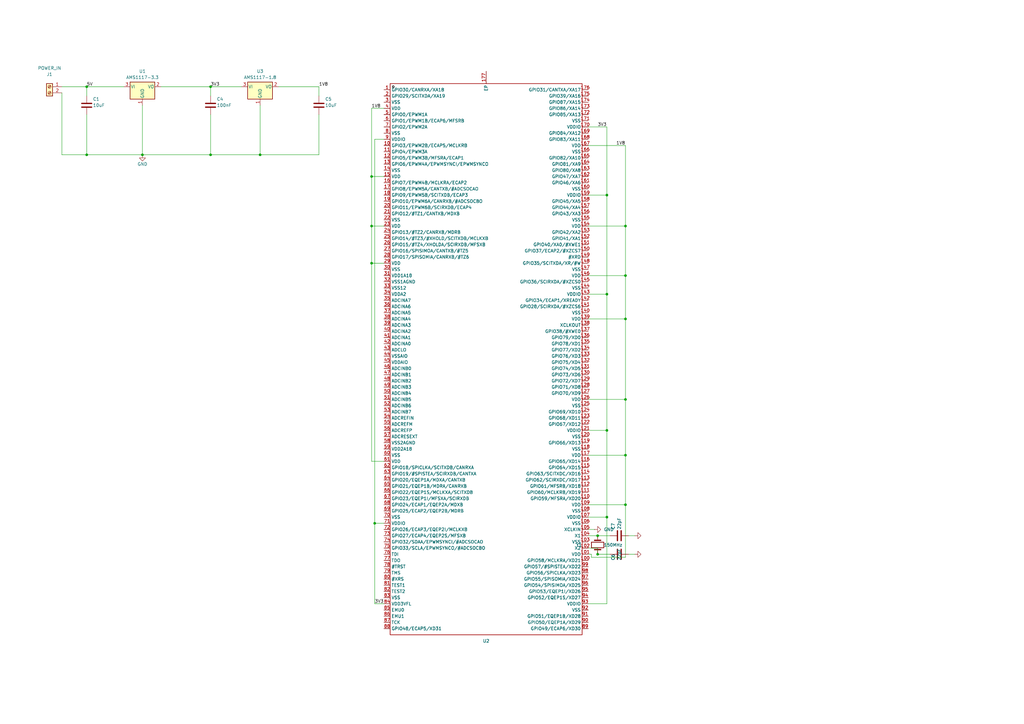
<source format=kicad_sch>
(kicad_sch (version 20231120) (generator "eeschema") (generator_version "8.0")
  (paper "A3")
  (lib_symbols
    (symbol "Connector:Screw_Terminal_01x02" (pin_names (offset 1.016) hide)
      (property "Reference" "J" (at 0 2.54 0))
      (property "Value" "Screw_Terminal_01x02" (at 0 -5.08 0))
      (symbol "Screw_Terminal_01x02_1_1"
        (rectangle (start -1.27 1.27) (end 1.27 -3.81) (stroke (width 0.254)) (fill (type background)))
        (circle (center 0 -2.54) (radius 0.635) (stroke (width 0.1524)))
        (polyline (pts (xy -0.5334 -2.2098) (xy 0.3302 -3.048)) (stroke (width 0.1524)))
        (polyline (pts (xy -0.5334 0.3302) (xy 0.3302 -0.508)) (stroke (width 0.1524)))
        (polyline (pts (xy -0.3556 -2.032) (xy 0.508 -2.8702)) (stroke (width 0.1524)))
        (polyline (pts (xy -0.3556 0.508) (xy 0.508 -0.3302)) (stroke (width 0.1524)))
        (circle (center 0 0) (radius 0.635) (stroke (width 0.1524)))
        (pin passive line (at -5.08 0 0) (length 3.81) (name "Pin_1") (number "1"))
        (pin passive line (at -5.08 -2.54 0) (length 3.81) (name "Pin_2") (number "2"))
      )
    )
    (symbol "DSP_Texas:TMS320F28335PTPQ"
      (property "Reference" "U" (at 0 0 0))
      (symbol "TMS320F28335PTPQ_1_0"
        (rectangle (start -39.37 113.03) (end 39.37 -113.03) (stroke (width 0.254) (color 160 0 0 1)))
        (circle (center -38.1 111.76) (radius 0.381) (stroke (width 0.254) (color 0 0 0 1)))
        (pin passive line (at -41.91 110.49 0) (length 2.54) (name "GPIO30/CANRXA/XA18") (number "1"))
        (pin passive line (at -41.91 87.63 0) (length 2.54) (name "GPIO3/EPWM2B/ECAP5/MCLKRB") (number "10"))
        (pin passive line (at 41.91 -82.55 180) (length 2.54) (name "GPIO58/MCLKRA/XD21") (number "100"))
        (pin passive line (at 41.91 -80.01 180) (length 2.54) (name "VDD") (number "101"))
        (pin passive line (at 41.91 -77.47 180) (length 2.54) (name "X2") (number "102"))
        (pin passive line (at 41.91 -74.93 180) (length 2.54) (name "VSS") (number "103"))
        (pin passive line (at 41.91 -72.39 180) (length 2.54) (name "X1") (number "104"))
        (pin passive line (at 41.91 -69.85 180) (length 2.54) (name "XCLKIN") (number "105"))
        (pin passive line (at 41.91 -67.31 180) (length 2.54) (name "VSS") (number "106"))
        (pin passive line (at 41.91 -64.77 180) (length 2.54) (name "VDDIO") (number "107"))
        (pin passive line (at 41.91 -62.23 180) (length 2.54) (name "VSS") (number "108"))
        (pin passive line (at 41.91 -59.69 180) (length 2.54) (name "VDD") (number "109"))
        (pin passive line (at -41.91 85.09 0) (length 2.54) (name "GPIO4/EPWM3A") (number "11"))
        (pin passive line (at 41.91 -57.15 180) (length 2.54) (name "GPIO59/MFSRA/XD20") (number "110"))
        (pin passive line (at 41.91 -54.61 180) (length 2.54) (name "GPIO60/MCLKRB/XD19") (number "111"))
        (pin passive line (at 41.91 -52.07 180) (length 2.54) (name "GPIO61/MFSRB/XD18") (number "112"))
        (pin passive line (at 41.91 -49.53 180) (length 2.54) (name "GPIO62/SCIRXDC/XD17") (number "113"))
        (pin passive line (at 41.91 -46.99 180) (length 2.54) (name "GPIO63/SCITXDC/XD16") (number "114"))
        (pin passive line (at 41.91 -44.45 180) (length 2.54) (name "GPIO64/XD15") (number "115"))
        (pin passive line (at 41.91 -41.91 180) (length 2.54) (name "GPIO65/XD14") (number "116"))
        (pin passive line (at 41.91 -39.37 180) (length 2.54) (name "VDD") (number "117"))
        (pin passive line (at 41.91 -36.83 180) (length 2.54) (name "VSS") (number "118"))
        (pin passive line (at 41.91 -34.29 180) (length 2.54) (name "GPIO66/XD13") (number "119"))
        (pin passive line (at -41.91 82.55 0) (length 2.54) (name "GPIO5/EPWM3B/MFSRA/ECAP1") (number "12"))
        (pin passive line (at 41.91 -31.75 180) (length 2.54) (name "VSS") (number "120"))
        (pin passive line (at 41.91 -29.21 180) (length 2.54) (name "VDDIO") (number "121"))
        (pin passive line (at 41.91 -26.67 180) (length 2.54) (name "GPIO67/XD12") (number "122"))
        (pin passive line (at 41.91 -24.13 180) (length 2.54) (name "GPIO68/XD11") (number "123"))
        (pin passive line (at 41.91 -21.59 180) (length 2.54) (name "GPIO69/XD10") (number "124"))
        (pin passive line (at 41.91 -19.05 180) (length 2.54) (name "VSS") (number "125"))
        (pin passive line (at 41.91 -16.51 180) (length 2.54) (name "VDD") (number "126"))
        (pin passive line (at 41.91 -13.97 180) (length 2.54) (name "GPIO70/XD9") (number "127"))
        (pin passive line (at 41.91 -11.43 180) (length 2.54) (name "GPIO71/XD8") (number "128"))
        (pin passive line (at 41.91 -8.89 180) (length 2.54) (name "GPIO72/XD7") (number "129"))
        (pin passive line (at -41.91 80.01 0) (length 2.54) (name "GPIO6/EPWM4A/EPWMSYNCI/EPWMSYNCO") (number "13"))
        (pin passive line (at 41.91 -6.35 180) (length 2.54) (name "GPIO73/XD6") (number "130"))
        (pin passive line (at 41.91 -3.81 180) (length 2.54) (name "GPIO74/XD5") (number "131"))
        (pin passive line (at 41.91 -1.27 180) (length 2.54) (name "GPIO75/XD4") (number "132"))
        (pin passive line (at 41.91 1.27 180) (length 2.54) (name "GPIO76/XD3") (number "133"))
        (pin passive line (at 41.91 3.81 180) (length 2.54) (name "GPIO77/XD2") (number "134"))
        (pin passive line (at 41.91 6.35 180) (length 2.54) (name "GPIO78/XD1") (number "135"))
        (pin passive line (at 41.91 8.89 180) (length 2.54) (name "GPIO79/XD0") (number "136"))
        (pin passive line (at 41.91 11.43 180) (length 2.54) (name "GPIO38/#XWE0") (number "137"))
        (pin passive line (at 41.91 13.97 180) (length 2.54) (name "XCLKOUT") (number "138"))
        (pin passive line (at 41.91 16.51 180) (length 2.54) (name "VDD") (number "139"))
        (pin passive line (at -41.91 77.47 0) (length 2.54) (name "VSS") (number "14"))
        (pin passive line (at 41.91 19.05 180) (length 2.54) (name "VSS") (number "140"))
        (pin passive line (at 41.91 21.59 180) (length 2.54) (name "GPIO28/SCIRXDA/#XZCS6") (number "141"))
        (pin passive line (at 41.91 24.13 180) (length 2.54) (name "GPIO34/ECAP1/XREADY") (number "142"))
        (pin passive line (at 41.91 26.67 180) (length 2.54) (name "VDDIO") (number "143"))
        (pin passive line (at 41.91 29.21 180) (length 2.54) (name "VSS") (number "144"))
        (pin passive line (at 41.91 31.75 180) (length 2.54) (name "GPIO36/SCIRXDA/#XZCS0") (number "145"))
        (pin passive line (at 41.91 34.29 180) (length 2.54) (name "VDD") (number "146"))
        (pin passive line (at 41.91 36.83 180) (length 2.54) (name "VSS") (number "147"))
        (pin passive line (at 41.91 39.37 180) (length 2.54) (name "GPIO35/SCITXDA/XR/#W") (number "148"))
        (pin passive line (at 41.91 41.91 180) (length 2.54) (name "#XRD") (number "149"))
        (pin passive line (at -41.91 74.93 0) (length 2.54) (name "VDD") (number "15"))
        (pin passive line (at 41.91 44.45 180) (length 2.54) (name "GPIO37/ECAP2/#XZCS7") (number "150"))
        (pin passive line (at 41.91 46.99 180) (length 2.54) (name "GPIO40/XA0/#XWE1") (number "151"))
        (pin passive line (at 41.91 49.53 180) (length 2.54) (name "GPIO41/XA1") (number "152"))
        (pin passive line (at 41.91 52.07 180) (length 2.54) (name "GPIO42/XA2") (number "153"))
        (pin passive line (at 41.91 54.61 180) (length 2.54) (name "VDD") (number "154"))
        (pin passive line (at 41.91 57.15 180) (length 2.54) (name "VSS") (number "155"))
        (pin passive line (at 41.91 59.69 180) (length 2.54) (name "GPIO43/XA3") (number "156"))
        (pin passive line (at 41.91 62.23 180) (length 2.54) (name "GPIO44/XA4") (number "157"))
        (pin passive line (at 41.91 64.77 180) (length 2.54) (name "GPIO45/XA5") (number "158"))
        (pin passive line (at 41.91 67.31 180) (length 2.54) (name "VDDIO") (number "159"))
        (pin passive line (at -41.91 72.39 0) (length 2.54) (name "GPIO7/EPWM4B/MCLKRA/ECAP2") (number "16"))
        (pin passive line (at 41.91 69.85 180) (length 2.54) (name "VSS") (number "160"))
        (pin passive line (at 41.91 72.39 180) (length 2.54) (name "GPIO46/XA6") (number "161"))
        (pin passive line (at 41.91 74.93 180) (length 2.54) (name "GPIO47/XA7") (number "162"))
        (pin passive line (at 41.91 77.47 180) (length 2.54) (name "GPIO80/XA8") (number "163"))
        (pin passive line (at 41.91 80.01 180) (length 2.54) (name "GPIO81/XA9") (number "164"))
        (pin passive line (at 41.91 82.55 180) (length 2.54) (name "GPIO82/XA10") (number "165"))
        (pin passive line (at 41.91 85.09 180) (length 2.54) (name "VSS") (number "166"))
        (pin passive line (at 41.91 87.63 180) (length 2.54) (name "VDD") (number "167"))
        (pin passive line (at 41.91 90.17 180) (length 2.54) (name "GPIO83/XA11") (number "168"))
        (pin passive line (at 41.91 92.71 180) (length 2.54) (name "GPIO84/XA12") (number "169"))
        (pin passive line (at -41.91 69.85 0) (length 2.54) (name "GPIO8/EPWM5A/CANTXB/#ADCSOCAO") (number "17"))
        (pin passive line (at 41.91 95.25 180) (length 2.54) (name "VDDIO") (number "170"))
        (pin passive line (at 41.91 97.79 180) (length 2.54) (name "VSS") (number "171"))
        (pin passive line (at 41.91 100.33 180) (length 2.54) (name "GPIO85/XA13") (number "172"))
        (pin passive line (at 41.91 102.87 180) (length 2.54) (name "GPIO86/XA14") (number "173"))
        (pin passive line (at 41.91 105.41 180) (length 2.54) (name "GPIO87/XA15") (number "174"))
        (pin passive line (at 41.91 107.95 180) (length 2.54) (name "GPIO39/XA16") (number "175"))
        (pin passive line (at 41.91 110.49 180) (length 2.54) (name "GPIO31/CANTXA/XA17") (number "176"))
        (pin passive line (at 0 118.11 270) (length 5.08) (name "EP") (number "177"))
        (pin passive line (at -41.91 67.31 0) (length 2.54) (name "GPIO9/EPWM5B/SCITXDB/ECAP3") (number "18"))
        (pin passive line (at -41.91 64.77 0) (length 2.54) (name "GPIO10/EPWM6A/CANRXB/#ADCSOCBO") (number "19"))
        (pin passive line (at -41.91 107.95 0) (length 2.54) (name "GPIO29/SCITXDA/XA19") (number "2"))
        (pin passive line (at -41.91 62.23 0) (length 2.54) (name "GPIO11/EPWM6B/SCIRXDB/ECAP4") (number "20"))
        (pin passive line (at -41.91 59.69 0) (length 2.54) (name "GPIO12/#TZ1/CANTXB/MDXB") (number "21"))
        (pin passive line (at -41.91 57.15 0) (length 2.54) (name "VSS") (number "22"))
        (pin passive line (at -41.91 54.61 0) (length 2.54) (name "VDD") (number "23"))
        (pin passive line (at -41.91 52.07 0) (length 2.54) (name "GPIO13/#TZ2/CANRXB/MDRB") (number "24"))
        (pin passive line (at -41.91 49.53 0) (length 2.54) (name "GPIO14/#TZ3/#XHOLD/SCITXDB/MCLKXB") (number "25"))
        (pin passive line (at -41.91 46.99 0) (length 2.54) (name "GPIO15/#TZ4/XHOLDA/SCIRXDB/MFSXB") (number "26"))
        (pin passive line (at -41.91 44.45 0) (length 2.54) (name "GPIO16/SPISIMOA/CANTXB/#TZ5") (number "27"))
        (pin passive line (at -41.91 41.91 0) (length 2.54) (name "GPIO17/SPISOMIA/CANRXB/#TZ6") (number "28"))
        (pin passive line (at -41.91 39.37 0) (length 2.54) (name "VDD") (number "29"))
        (pin passive line (at -41.91 105.41 0) (length 2.54) (name "VSS") (number "3"))
        (pin passive line (at -41.91 36.83 0) (length 2.54) (name "VSS") (number "30"))
        (pin passive line (at -41.91 34.29 0) (length 2.54) (name "VDD1A18") (number "31"))
        (pin passive line (at -41.91 31.75 0) (length 2.54) (name "VSS1AGND") (number "32"))
        (pin passive line (at -41.91 29.21 0) (length 2.54) (name "VSS12") (number "33"))
        (pin passive line (at -41.91 26.67 0) (length 2.54) (name "VDDA2") (number "34"))
        (pin passive line (at -41.91 24.13 0) (length 2.54) (name "ADCINA7") (number "35"))
        (pin passive line (at -41.91 21.59 0) (length 2.54) (name "ADCINA6") (number "36"))
        (pin passive line (at -41.91 19.05 0) (length 2.54) (name "ADCINA5") (number "37"))
        (pin passive line (at -41.91 16.51 0) (length 2.54) (name "ADCINA4") (number "38"))
        (pin passive line (at -41.91 13.97 0) (length 2.54) (name "ADCINA3") (number "39"))
        (pin passive line (at -41.91 102.87 0) (length 2.54) (name "VDD") (number "4"))
        (pin passive line (at -41.91 11.43 0) (length 2.54) (name "ADCINA2") (number "40"))
        (pin passive line (at -41.91 8.89 0) (length 2.54) (name "ADCINA1") (number "41"))
        (pin passive line (at -41.91 6.35 0) (length 2.54) (name "ADCINA0") (number "42"))
        (pin passive line (at -41.91 3.81 0) (length 2.54) (name "ADCLO") (number "43"))
        (pin passive line (at -41.91 1.27 0) (length 2.54) (name "VSSAIO") (number "44"))
        (pin passive line (at -41.91 -1.27 0) (length 2.54) (name "VDDAIO") (number "45"))
        (pin passive line (at -41.91 -3.81 0) (length 2.54) (name "ADCINB0") (number "46"))
        (pin passive line (at -41.91 -6.35 0) (length 2.54) (name "ADCINB1") (number "47"))
        (pin passive line (at -41.91 -8.89 0) (length 2.54) (name "ADCINB2") (number "48"))
        (pin passive line (at -41.91 -11.43 0) (length 2.54) (name "ADCINB3") (number "49"))
        (pin passive line (at -41.91 100.33 0) (length 2.54) (name "GPIO0/EPWM1A") (number "5"))
        (pin passive line (at -41.91 -13.97 0) (length 2.54) (name "ADCINB4") (number "50"))
        (pin passive line (at -41.91 -16.51 0) (length 2.54) (name "ADCINB5") (number "51"))
        (pin passive line (at -41.91 -19.05 0) (length 2.54) (name "ADCINB6") (number "52"))
        (pin passive line (at -41.91 -21.59 0) (length 2.54) (name "ADCINB7") (number "53"))
        (pin passive line (at -41.91 -24.13 0) (length 2.54) (name "ADCREFIN") (number "54"))
        (pin passive line (at -41.91 -26.67 0) (length 2.54) (name "ADCREFM") (number "55"))
        (pin passive line (at -41.91 -29.21 0) (length 2.54) (name "ADCREFP") (number "56"))
        (pin passive line (at -41.91 -31.75 0) (length 2.54) (name "ADCRESEXT") (number "57"))
        (pin passive line (at -41.91 -34.29 0) (length 2.54) (name "VSS2AGND") (number "58"))
        (pin passive line (at -41.91 -36.83 0) (length 2.54) (name "VDD2A18") (number "59"))
        (pin passive line (at -41.91 97.79 0) (length 2.54) (name "GPIO1/EPWM1B/ECAP6/MFSRB") (number "6"))
        (pin passive line (at -41.91 -39.37 0) (length 2.54) (name "VSS") (number "60"))
        (pin passive line (at -41.91 -41.91 0) (length 2.54) (name "VDD") (number "61"))
        (pin passive line (at -41.91 -44.45 0) (length 2.54) (name "GPIO18/SPICLKA/SCITXDB/CANRXA") (number "62"))
        (pin passive line (at -41.91 -46.99 0) (length 2.54) (name "GPIO19/#SPISTEA/SCIRXDB/CANTXA") (number "63"))
        (pin passive line (at -41.91 -49.53 0) (length 2.54) (name "GPIO20/EQEP1A/MDXA/CANTXB") (number "64"))
        (pin passive line (at -41.91 -52.07 0) (length 2.54) (name "GPIO21/EQEP1B/MDRA/CANRXB") (number "65"))
        (pin passive line (at -41.91 -54.61 0) (length 2.54) (name "GPIO22/EQEP1S/MCLKXA/SCITXDB") (number "66"))
        (pin passive line (at -41.91 -57.15 0) (length 2.54) (name "GPIO23/EQEP1I/MFSXA/SCIRXDB") (number "67"))
        (pin passive line (at -41.91 -59.69 0) (length 2.54) (name "GPIO24/ECAP1/EQEP2A/MDXB") (number "68"))
        (pin passive line (at -41.91 -62.23 0) (length 2.54) (name "GPIO25/ECAP2/EQEP2B/MDRB") (number "69"))
        (pin passive line (at -41.91 95.25 0) (length 2.54) (name "GPIO2/EPWM2A") (number "7"))
        (pin passive line (at -41.91 -64.77 0) (length 2.54) (name "VSS") (number "70"))
        (pin passive line (at -41.91 -67.31 0) (length 2.54) (name "VDDIO") (number "71"))
        (pin passive line (at -41.91 -69.85 0) (length 2.54) (name "GPIO26/ECAP3/EQEP2I/MCLKXB") (number "72"))
        (pin passive line (at -41.91 -72.39 0) (length 2.54) (name "GPIO27/ECAP4/EQEP2S/MFSXB") (number "73"))
        (pin passive line (at -41.91 -74.93 0) (length 2.54) (name "GPIO32/SDAA/EPWMSYNCI/#ADCSOCAO") (number "74"))
        (pin passive line (at -41.91 -77.47 0) (length 2.54) (name "GPIO33/SCLA/EPWMSYNCO/#ADCSOCBO") (number "75"))
        (pin passive line (at -41.91 -80.01 0) (length 2.54) (name "TDI") (number "76"))
        (pin passive line (at -41.91 -82.55 0) (length 2.54) (name "TDO") (number "77"))
        (pin passive line (at -41.91 -85.09 0) (length 2.54) (name "#TRST") (number "78"))
        (pin passive line (at -41.91 -87.63 0) (length 2.54) (name "TMS") (number "79"))
        (pin passive line (at -41.91 92.71 0) (length 2.54) (name "VSS") (number "8"))
        (pin passive line (at -41.91 -90.17 0) (length 2.54) (name "#XRS") (number "80"))
        (pin passive line (at -41.91 -92.71 0) (length 2.54) (name "TEST1") (number "81"))
        (pin passive line (at -41.91 -95.25 0) (length 2.54) (name "TEST2") (number "82"))
        (pin passive line (at -41.91 -97.79 0) (length 2.54) (name "VSS") (number "83"))
        (pin passive line (at -41.91 -100.33 0) (length 2.54) (name "VDD3VFL") (number "84"))
        (pin passive line (at -41.91 -102.87 0) (length 2.54) (name "EMU0") (number "85"))
        (pin passive line (at -41.91 -105.41 0) (length 2.54) (name "EMU1") (number "86"))
        (pin passive line (at -41.91 -107.95 0) (length 2.54) (name "TCK") (number "87"))
        (pin passive line (at -41.91 -110.49 0) (length 2.54) (name "GPIO48/ECAP5/XD31") (number "88"))
        (pin passive line (at 41.91 -110.49 180) (length 2.54) (name "GPIO49/ECAP6/XD30") (number "89"))
        (pin passive line (at -41.91 90.17 0) (length 2.54) (name "VDDIO") (number "9"))
        (pin passive line (at 41.91 -107.95 180) (length 2.54) (name "GPIO50/EQEP1A/XD29") (number "90"))
        (pin passive line (at 41.91 -105.41 180) (length 2.54) (name "GPIO51/EQEP1B/XD28") (number "91"))
        (pin passive line (at 41.91 -102.87 180) (length 2.54) (name "VSS") (number "92"))
        (pin passive line (at 41.91 -100.33 180) (length 2.54) (name "VDDIO") (number "93"))
        (pin passive line (at 41.91 -97.79 180) (length 2.54) (name "GPIO52/EQEP1S/XD27") (number "94"))
        (pin passive line (at 41.91 -95.25 180) (length 2.54) (name "GPIO53/EQEP1I/XD26") (number "95"))
        (pin passive line (at 41.91 -92.71 180) (length 2.54) (name "GPIO54/SPISIMOA/XD25") (number "96"))
        (pin passive line (at 41.91 -90.17 180) (length 2.54) (name "GPIO55/SPISOMIA/XD24") (number "97"))
        (pin passive line (at 41.91 -87.63 180) (length 2.54) (name "GPIO56/SPICLKA/XD23") (number "98"))
        (pin passive line (at 41.91 -85.09 180) (length 2.54) (name "GPIO57/#SPISTEA/XD22") (number "99"))
      )
    )
    (symbol "Device:C" (pin_numbers hide) (pin_names (offset 0.254))
      (property "Reference" "C" (at 0.635 2.54 0))
      (property "Value" "C" (at 0.635 -2.54 0))
      (symbol "C_0_1"
        (polyline (pts (xy -2.032 -0.762) (xy 2.032 -0.762)) (stroke (width 0.508)))
        (polyline (pts (xy -2.032 0.762) (xy 2.032 0.762)) (stroke (width 0.508)))
      )
      (symbol "C_1_1"
        (pin passive line (at 0 3.81 270) (length 2.794) (name "~") (number "1"))
        (pin passive line (at 0 -3.81 90) (length 2.794) (name "~") (number "2"))
      )
    )
    (symbol "Device:Crystal" (pin_numbers hide) (pin_names (offset 1.016) hide)
      (property "Reference" "Y" (at 0 3.81 0))
      (property "Value" "Crystal" (at 0 -3.81 0))
      (symbol "Crystal_0_1"
        (rectangle (start -1.143 2.54) (end 1.143 -2.54) (stroke (width 0.3048)))
        (polyline (pts (xy -2.54 0) (xy -1.905 0)))
        (polyline (pts (xy -1.905 -1.27) (xy -1.905 1.27)) (stroke (width 0.508)))
        (polyline (pts (xy 1.905 -1.27) (xy 1.905 1.27)) (stroke (width 0.508)))
        (polyline (pts (xy 2.54 0) (xy 1.905 0)))
      )
      (symbol "Crystal_1_1"
        (pin passive line (at -3.81 0 0) (length 1.27) (name "1") (number "1"))
        (pin passive line (at 3.81 0 180) (length 1.27) (name "2") (number "2"))
      )
    )
    (symbol "Regulator_Linear:AMS1117-1.8" (pin_names (offset 0.254))
      (property "Reference" "U" (at -3.81 3.175 0))
      (property "Value" "AMS1117-1.8" (at 0 3.175 0))
      (symbol "AMS1117-1.8_0_1"
        (rectangle (start -5.08 -5.08) (end 5.08 1.905) (stroke (width 0.254)) (fill (type background)))
      )
      (symbol "AMS1117-1.8_1_1"
        (pin power_in line (at 0 -7.62 90) (length 2.54) (name "GND") (number "1"))
        (pin power_out line (at 7.62 0 180) (length 2.54) (name "VO") (number "2"))
        (pin power_in line (at -7.62 0 0) (length 2.54) (name "VI") (number "3"))
      )
    )
    (symbol "Regulator_Linear:AMS1117-3.3" (pin_names (offset 0.254))
      (property "Reference" "U" (at -3.81 3.175 0))
      (property "Value" "AMS1117-3.3" (at 0 3.175 0))
      (symbol "AMS1117-3.3_0_1"
        (rectangle (start -5.08 -5.08) (end 5.08 1.905) (stroke (width 0.254)) (fill (type background)))
      )
      (symbol "AMS1117-3.3_1_1"
        (pin power_in line (at 0 -7.62 90) (length 2.54) (name "GND") (number "1"))
        (pin power_out line (at 7.62 0 180) (length 2.54) (name "VO") (number "2"))
        (pin power_in line (at -7.62 0 0) (length 2.54) (name "VI") (number "3"))
      )
    )
    (symbol "power:GND" (power) (pin_numbers hide) (pin_names (offset 0) hide)
      (property "Value" "GND" (at 0 -3.81 0))
      (symbol "GND_0_1"
        (polyline (pts (xy 0 0) (xy 0 -1.27) (xy 1.27 -1.27) (xy 0 -2.54) (xy -1.27 -1.27) (xy 0 -1.27)))
      )
      (symbol "GND_1_1"
        (pin power_in line (at 0 0 270) (length 0) (name "~") (number "1"))
      )
    )
  )
  (junction (at 248.92 80.01))
  (junction (at 106.68 63.5))
  (junction (at 256.54 186.69))
  (junction (at 153.67 214.63))
  (junction (at 248.92 176.53))
  (junction (at 256.54 113.03))
  (junction (at 58.42 63.5))
  (junction (at 86.36 63.5))
  (junction (at 256.54 130.81))
  (junction (at 256.54 92.71))
  (junction (at 152.4 107.95))
  (junction (at 245.11 219.71))
  (junction (at 152.4 72.39))
  (junction (at 248.92 212.09))
  (junction (at 35.56 35.56))
  (junction (at 86.36 35.56))
  (junction (at 245.11 227.33))
  (junction (at 152.4 92.71))
  (junction (at 35.56 63.5))
  (junction (at 256.54 207.01))
  (junction (at 256.54 163.83))
  (junction (at 248.92 120.65))
  (wire (pts (xy 256.54 163.83) (xy 256.54 186.69)))
  (wire (pts (xy 241.3 52.07) (xy 248.92 52.07)))
  (wire (pts (xy 114.3 35.56) (xy 130.81 35.56)))
  (wire (pts (xy 245.11 224.79) (xy 245.11 227.33)))
  (wire (pts (xy 256.54 130.81) (xy 256.54 163.83)))
  (wire (pts (xy 256.54 59.69) (xy 256.54 92.71)))
  (wire (pts (xy 130.81 46.99) (xy 130.81 63.5)))
  (wire (pts (xy 257.81 227.33) (xy 260.35 227.33)))
  (wire (pts (xy 86.36 63.5) (xy 106.68 63.5)))
  (wire (pts (xy 153.67 214.63) (xy 153.67 247.65)))
  (wire (pts (xy 35.56 35.56) (xy 35.56 39.37)))
  (wire (pts (xy 241.3 163.83) (xy 256.54 163.83)))
  (wire (pts (xy 241.3 92.71) (xy 256.54 92.71)))
  (wire (pts (xy 66.04 35.56) (xy 86.36 35.56)))
  (wire (pts (xy 241.3 224.79) (xy 245.11 224.79)))
  (wire (pts (xy 257.81 219.71) (xy 260.35 219.71)))
  (wire (pts (xy 245.11 227.33) (xy 250.19 227.33)))
  (wire (pts (xy 157.48 107.95) (xy 152.4 107.95)))
  (wire (pts (xy 241.3 227.33) (xy 242.57 227.33)))
  (wire (pts (xy 256.54 207.01) (xy 241.3 207.01)))
  (wire (pts (xy 256.54 186.69) (xy 256.54 207.01)))
  (wire (pts (xy 245.11 219.71) (xy 250.19 219.71)))
  (wire (pts (xy 241.3 247.65) (xy 248.92 247.65)))
  (wire (pts (xy 241.3 120.65) (xy 248.92 120.65)))
  (wire (pts (xy 153.67 57.15) (xy 153.67 214.63)))
  (wire (pts (xy 25.4 35.56) (xy 35.56 35.56)))
  (wire (pts (xy 243.84 217.17) (xy 241.3 217.17)))
  (wire (pts (xy 157.48 92.71) (xy 152.4 92.71)))
  (wire (pts (xy 157.48 57.15) (xy 153.67 57.15)))
  (wire (pts (xy 58.42 63.5) (xy 35.56 63.5)))
  (wire (pts (xy 152.4 107.95) (xy 152.4 92.71)))
  (wire (pts (xy 106.68 63.5) (xy 130.81 63.5)))
  (wire (pts (xy 241.3 186.69) (xy 256.54 186.69)))
  (wire (pts (xy 241.3 113.03) (xy 256.54 113.03)))
  (wire (pts (xy 157.48 189.23) (xy 152.4 189.23)))
  (wire (pts (xy 242.57 227.33) (xy 242.57 228.6)))
  (wire (pts (xy 157.48 44.45) (xy 152.4 44.45)))
  (wire (pts (xy 256.54 113.03) (xy 256.54 130.81)))
  (wire (pts (xy 241.3 80.01) (xy 248.92 80.01)))
  (wire (pts (xy 248.92 212.09) (xy 241.3 212.09)))
  (wire (pts (xy 35.56 35.56) (xy 50.8 35.56)))
  (wire (pts (xy 256.54 92.71) (xy 256.54 113.03)))
  (wire (pts (xy 86.36 35.56) (xy 99.06 35.56)))
  (wire (pts (xy 248.92 176.53) (xy 248.92 212.09)))
  (wire (pts (xy 242.57 228.6) (xy 256.54 228.6)))
  (wire (pts (xy 152.4 44.45) (xy 152.4 72.39)))
  (wire (pts (xy 58.42 43.18) (xy 58.42 63.5)))
  (wire (pts (xy 25.4 63.5) (xy 35.56 63.5)))
  (wire (pts (xy 106.68 43.18) (xy 106.68 63.5)))
  (wire (pts (xy 248.92 80.01) (xy 248.92 120.65)))
  (wire (pts (xy 152.4 107.95) (xy 152.4 189.23)))
  (wire (pts (xy 35.56 46.99) (xy 35.56 63.5)))
  (wire (pts (xy 241.3 176.53) (xy 248.92 176.53)))
  (wire (pts (xy 58.42 63.5) (xy 86.36 63.5)))
  (wire (pts (xy 248.92 120.65) (xy 248.92 176.53)))
  (wire (pts (xy 86.36 35.56) (xy 86.36 39.37)))
  (wire (pts (xy 248.92 212.09) (xy 248.92 247.65)))
  (wire (pts (xy 130.81 35.56) (xy 130.81 39.37)))
  (wire (pts (xy 152.4 72.39) (xy 157.48 72.39)))
  (wire (pts (xy 152.4 72.39) (xy 152.4 92.71)))
  (wire (pts (xy 86.36 46.99) (xy 86.36 63.5)))
  (wire (pts (xy 241.3 59.69) (xy 256.54 59.69)))
  (wire (pts (xy 248.92 52.07) (xy 248.92 80.01)))
  (wire (pts (xy 256.54 228.6) (xy 256.54 207.01)))
  (wire (pts (xy 153.67 214.63) (xy 157.48 214.63)))
  (wire (pts (xy 153.67 247.65) (xy 157.48 247.65)))
  (wire (pts (xy 241.3 130.81) (xy 256.54 130.81)))
  (wire (pts (xy 25.4 38.1) (xy 25.4 63.5)))
  (wire (pts (xy 241.3 219.71) (xy 245.11 219.71)))
  (label "5V" (at 35.56 35.56 0))
  (label "3V3" (at 153.67 247.65 0))
  (label "1V8" (at 152.4 44.45 0))
  (label "3V3" (at 245.11 52.07 0))
  (label "1V8" (at 252.73 59.69 0))
  (label "3V3" (at 86.36 35.56 0))
  (label "1V8" (at 130.81 35.56 0))
  (symbol (lib_id "Device:C") (at 254 227.33 90) (unit 1)
    (property "Reference" "C6" (at 251.46 229.87 0) (effects (justify left)))
    (property "Value" "22pF" (at 254 229.87 0) (effects (justify left)))
    (property "Footprint" "Capacitor_SMD:C_0603_1608Metric" (effects (hide yes)))
    (property "Description" "Crystal Load" (effects (hide yes)))
  )
  (symbol (lib_id "power:GND") (at 243.84 217.17 90) (unit 1)
    (property "Reference" "#PWR01" (effects (hide yes)))
    (property "Value" "GND" (at 247.65 217.1699 90) (effects (justify right)))
    (property "Description" "Power symbol creates a global label with name \"GND\" , ground" (effects (hide yes)))
  )
  (symbol (lib_id "Device:Crystal") (at 245.11 223.52 90) (unit 1)
    (property "Reference" "Y1" (at 237.49 223.52 90))
    (property "Value" "150MHz" (at 251.46 223.52 90))
    (property "Footprint" "Crystal:Crystal_SMD_HC49-SD" (effects (hide yes)))
    (property "Description" "30MHz Crystal" (effects (hide yes)))
  )
  (symbol (lib_id "Device:C") (at 35.56 43.18 0) (unit 1)
    (property "Reference" "C1" (at 38.1 40.64 0) (effects (justify left)))
    (property "Value" "10uF" (at 38.1 43.18 0) (effects (justify left)))
    (property "Footprint" "Capacitor_SMD:C_0805_2012Metric" (effects (hide yes)))
    (property "Description" "Input Filter" (effects (hide yes)))
  )
  (symbol (lib_id "power:GND") (at 58.42 63.5 0) (unit 1)
    (property "Reference" "#PWR04" (effects (hide yes)))
    (property "Value" "GND" (at 58.42 67.31 0))
  )
  (symbol (lib_id "Connector:Screw_Terminal_01x02") (at 20.32 35.56 0) (mirror y) (unit 1)
    (property "Reference" "J1" (at 20.32 30.48 0))
    (property "Value" "POWER_IN" (at 20.32 27.94 0))
    (property "Footprint" "TerminalBlock:TerminalBlock_bornier-2_P5.08mm" (effects (hide yes)))
    (property "Description" "5V Power Input" (effects (hide yes)))
  )
  (symbol (lib_id "Regulator_Linear:AMS1117-3.3") (at 58.42 35.56 0) (unit 1)
    (property "Reference" "U1" (at 58.42 29.21 0))
    (property "Value" "AMS1117-3.3" (at 58.42 31.75 0))
    (property "Footprint" "Package_TO_SOT_SMD:SOT-223-3_TabPin2" (effects (hide yes)))
    (property "Description" "3.3V LDO" (effects (hide yes)))
  )
  (symbol (lib_id "Device:C") (at 86.36 43.18 0) (unit 1)
    (property "Reference" "C4" (at 88.9 40.64 0) (effects (justify left)))
    (property "Value" "100nF" (at 88.9 43.18 0) (effects (justify left)))
    (property "Footprint" "Capacitor_SMD:C_0603_1608Metric" (effects (hide yes)))
    (property "Description" "3.3V Decoupling" (effects (hide yes)))
  )
  (symbol (lib_id "power:GND") (at 260.35 219.71 90) (unit 1)
    (property "Reference" "#PWR08" (effects (hide yes)))
    (property "Value" "GND" (effects (hide yes)))
  )
  (symbol (lib_id "power:GND") (at 260.35 227.33 90) (unit 1)
    (property "Reference" "#PWR07" (effects (hide yes)))
    (property "Value" "GND" (effects (hide yes)))
  )
  (symbol (lib_id "Regulator_Linear:AMS1117-1.8") (at 106.68 35.56 0) (unit 1)
    (property "Reference" "U3" (at 106.68 29.21 0))
    (property "Value" "AMS1117-1.8" (at 106.68 31.75 0))
    (property "Footprint" "Package_TO_SOT_SMD:SOT-223-3_TabPin2" (effects (hide yes)))
    (property "Description" "1.8V LDO" (effects (hide yes)))
  )
  (symbol (lib_id "DSP_Texas:TMS320F28335PTPQ") (at 199.39 147.32 0) (unit 1)
    (property "Reference" "U2" (at 199.39 262.89 0))
    (property "Value" "TMS320F28335PTPQ" (effects (hide yes)))
    (property "Footprint" "Audio_Module:DSP28335" (effects (hide yes)))
    (property "Symbol" "TMS320F28335PTPQ" (effects (hide yes)))
    (property "Device" "TMS320F28335PTPQ" (effects (hide yes)))
    (property "LCSC Part Name" "具有 150MIPS、FPU、512KB 闪存、EMIF、12 位 ADC 的汽车类 C2000™ 32 位 MCU" (effects (hide yes)))
    (property "Supplier Part" "C83635" (effects (hide yes)))
    (property "Manufacturer" "TI(德州仪器)" (effects (hide yes)))
    (property "Manufacturer Part" "TMS320F28335PTPQ" (effects (hide yes)))
    (property "Supplier Footprint" "LQFP-176(24x24)" (effects (hide yes)))
    (property "JLCPCB Part Class" "Extended Part" (effects (hide yes)))
    (property "Datasheet_1" "https://item.szlcsc.com/datasheet/TMS320F28335PTPQ/84800.html" (effects (hide yes)))
    (property "Supplier" "LCSC" (effects (hide yes)))
    (property "Add into BOM" "yes" (effects (hide yes)))
    (property "Convert to PCB" "yes" (effects (hide yes)))
    (property "CPU Core" "其他系列" (effects (hide yes)))
    (property "CPU Maximum Speed" "150MHz" (effects (hide yes)))
    (property "Program Storage Size" "512KB" (effects (hide yes)))
    (property "Number of I/O" "88" (effects (hide yes)))
    (property "ADC (Bit)" "12bit" (effects (hide yes)))
    (property "Voltage - Supply" "1.805V~1.995V" (effects (hide yes)))
    (property "Applications" "-" (effects (hide yes)))
  )
  (symbol (lib_id "Device:C") (at 254 219.71 90) (unit 1)
    (property "Reference" "C7" (at 251.46 217.17 0) (effects (justify left)))
    (property "Value" "22pF" (at 254 217.17 0) (effects (justify left)))
    (property "Footprint" "Capacitor_SMD:C_0603_1608Metric" (effects (hide yes)))
    (property "Description" "Crystal Load" (effects (hide yes)))
  )
  (symbol (lib_id "Device:C") (at 130.81 43.18 0) (unit 1)
    (property "Reference" "C5" (at 133.35 40.64 0) (effects (justify left)))
    (property "Value" "10uF" (at 133.35 43.18 0) (effects (justify left)))
    (property "Footprint" "Capacitor_SMD:C_0805_2012Metric" (effects (hide yes)))
    (property "Description" "1.8V Output" (effects (hide yes)))
  )
)
</source>
